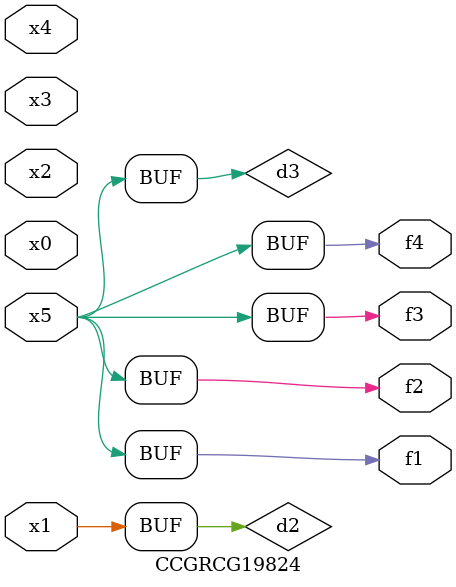
<source format=v>
module CCGRCG19824(
	input x0, x1, x2, x3, x4, x5,
	output f1, f2, f3, f4
);

	wire d1, d2, d3;

	not (d1, x5);
	or (d2, x1);
	xnor (d3, d1);
	assign f1 = d3;
	assign f2 = d3;
	assign f3 = d3;
	assign f4 = d3;
endmodule

</source>
